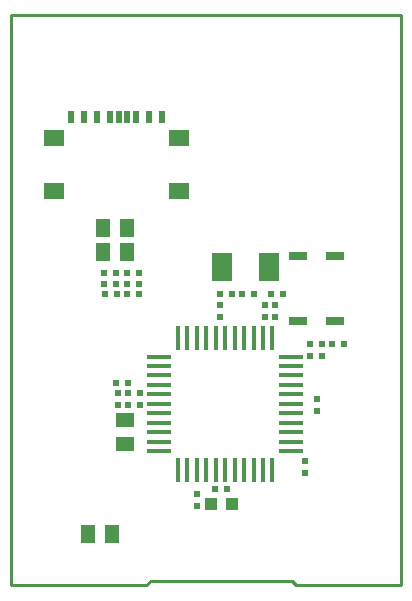
<source format=gbr>
G04 #@! TF.GenerationSoftware,KiCad,Pcbnew,no-vcs-found-bf44d39~61~ubuntu16.04.1*
G04 #@! TF.CreationDate,2018-01-10T12:05:20+02:00*
G04 #@! TF.ProjectId,ESP32-PRO_Rev_B,45535033322D50524F5F5265765F422E,C*
G04 #@! TF.SameCoordinates,Original*
G04 #@! TF.FileFunction,Paste,Bot*
G04 #@! TF.FilePolarity,Positive*
%FSLAX46Y46*%
G04 Gerber Fmt 4.6, Leading zero omitted, Abs format (unit mm)*
G04 Created by KiCad (PCBNEW no-vcs-found-bf44d39~61~ubuntu16.04.1) date Wed Jan 10 12:05:20 2018*
%MOMM*%
%LPD*%
G01*
G04 APERTURE LIST*
%ADD10C,0.254000*%
%ADD11R,1.500000X0.800000*%
%ADD12R,1.524000X1.270000*%
%ADD13R,0.500000X0.550000*%
%ADD14R,1.754000X1.454000*%
%ADD15R,0.500000X1.000000*%
%ADD16R,1.270000X1.524000*%
%ADD17R,1.016000X1.016000*%
%ADD18R,1.798320X2.397760*%
%ADD19R,2.000000X0.400000*%
%ADD20R,0.400000X2.000000*%
%ADD21R,0.550000X0.500000*%
G04 APERTURE END LIST*
D10*
X151130000Y-109220000D02*
X160020000Y-109220000D01*
X150749000Y-108839000D02*
X151130000Y-109220000D01*
X138811000Y-108839000D02*
X150749000Y-108839000D01*
X138430000Y-109220000D02*
X138811000Y-108839000D01*
X127000000Y-109220000D02*
X138430000Y-109220000D01*
X127000000Y-60960000D02*
X160020000Y-60960000D01*
X127000000Y-109220000D02*
X127000000Y-60960000D01*
X160020000Y-109220000D02*
X160020000Y-60960000D01*
D11*
X154432000Y-86868000D03*
X151232000Y-86868000D03*
X151232000Y-81368000D03*
X154432000Y-81368000D03*
D12*
X136652000Y-95250000D03*
X136652000Y-97282000D03*
D13*
X145288000Y-101092000D03*
X144272000Y-101092000D03*
D14*
X130590000Y-75806000D03*
X141190000Y-75806000D03*
X130590000Y-71356000D03*
X141190000Y-71356000D03*
D15*
X139740000Y-69606000D03*
X138640000Y-69606000D03*
X137540000Y-69606000D03*
X136790000Y-69606000D03*
X136090000Y-69606000D03*
X135340000Y-69606000D03*
X134240000Y-69606000D03*
X133140000Y-69606000D03*
X132040000Y-69606000D03*
D16*
X134747000Y-81026000D03*
X136779000Y-81026000D03*
D17*
X145669000Y-102362000D03*
X143891000Y-102362000D03*
D16*
X133477000Y-104902000D03*
X135509000Y-104902000D03*
X136779000Y-78994000D03*
X134747000Y-78994000D03*
D18*
X148810980Y-82296000D03*
X144813020Y-82296000D03*
D19*
X150710000Y-97865000D03*
X150710000Y-97065000D03*
X150710000Y-96265000D03*
X150710000Y-95465000D03*
X150710000Y-94665000D03*
X150710000Y-93865000D03*
X150710000Y-93065000D03*
X150710000Y-92265000D03*
X150710000Y-91465000D03*
X150710000Y-90665000D03*
X150710000Y-89865000D03*
D20*
X149110000Y-88265000D03*
X148310000Y-88265000D03*
X147510000Y-88265000D03*
X146710000Y-88265000D03*
X145910000Y-88265000D03*
X145110000Y-88265000D03*
X144310000Y-88265000D03*
X143510000Y-88265000D03*
X142710000Y-88265000D03*
X141910000Y-88265000D03*
X141110000Y-88265000D03*
D19*
X139510000Y-89865000D03*
X139510000Y-90665000D03*
X139510000Y-91465000D03*
X139510000Y-92265000D03*
X139510000Y-93065000D03*
X139510000Y-93865000D03*
X139510000Y-94665000D03*
X139510000Y-95465000D03*
X139510000Y-96265000D03*
X139510000Y-97065000D03*
X139510000Y-97865000D03*
D20*
X141110000Y-99465000D03*
X141910000Y-99465000D03*
X142710000Y-99465000D03*
X143510000Y-99465000D03*
X144310000Y-99465000D03*
X145110000Y-99465000D03*
X145910000Y-99465000D03*
X146710000Y-99465000D03*
X147510000Y-99465000D03*
X148310000Y-99465000D03*
X149110000Y-99465000D03*
D21*
X151892000Y-99695000D03*
X151892000Y-98679000D03*
X136017000Y-92964000D03*
X136017000Y-93980000D03*
D13*
X137922000Y-93980000D03*
X136906000Y-93980000D03*
D21*
X152908000Y-93472000D03*
X152908000Y-94488000D03*
X144653000Y-86487000D03*
X144653000Y-85471000D03*
X142748000Y-102489000D03*
X142748000Y-101473000D03*
D13*
X136906000Y-92075000D03*
X135890000Y-92075000D03*
X145669000Y-84582000D03*
X144653000Y-84582000D03*
X149987000Y-84582000D03*
X148971000Y-84582000D03*
X154178000Y-88773000D03*
X155194000Y-88773000D03*
D21*
X149352000Y-85471000D03*
X149352000Y-86487000D03*
D13*
X147574000Y-84582000D03*
X146558000Y-84582000D03*
X153289000Y-88773000D03*
X152273000Y-88773000D03*
X135890000Y-83693000D03*
X134874000Y-83693000D03*
D21*
X148463000Y-86487000D03*
X148463000Y-85471000D03*
D13*
X152273000Y-89789000D03*
X153289000Y-89789000D03*
X137795000Y-82804000D03*
X136779000Y-82804000D03*
X135890000Y-82804000D03*
X134874000Y-82804000D03*
X136779000Y-84582000D03*
X137795000Y-84582000D03*
X136779000Y-83693000D03*
X137795000Y-83693000D03*
X136906000Y-92964000D03*
X137922000Y-92964000D03*
X134937500Y-84582000D03*
X135953500Y-84582000D03*
M02*

</source>
